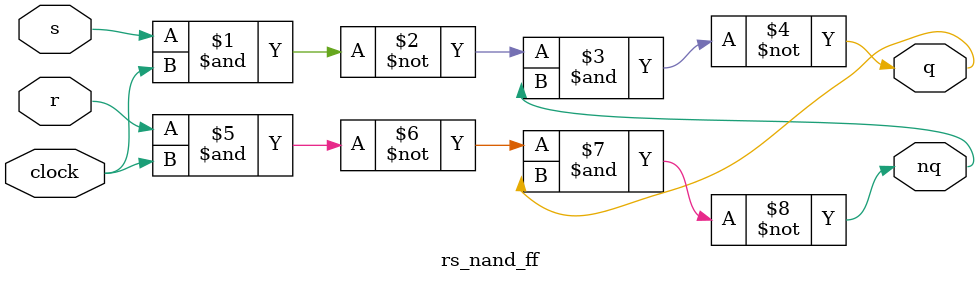
<source format=v>
`timescale 1ns / 1ps

module rs_nand_ff(
    input r,s,clock,
    output q,nq
    );
    
    assign q = ~(~(s&clock) & nq);
    assign nq = ~(~(r&clock) & q);

    
endmodule
</source>
